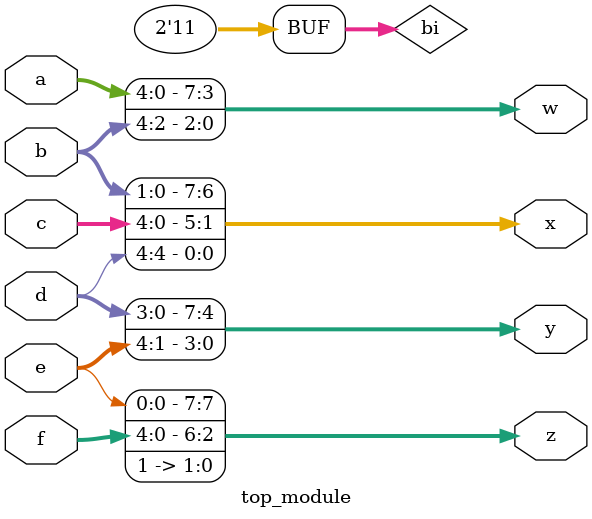
<source format=v>

module top_module (
    input [4:0] a, b, c, d, e, f,
   
    output [7:0] w, x, y, z );//
    wire [1:0] bi = 2'b11;
    assign {w,x,y,z} = {a,b,c,d,e,f,bi};
    
endmodule
</source>
